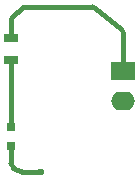
<source format=gtl>
G04*
G04 #@! TF.GenerationSoftware,Altium Limited,Altium Designer,24.1.2 (44)*
G04*
G04 Layer_Physical_Order=1*
G04 Layer_Color=255*
%FSLAX44Y44*%
%MOMM*%
G71*
G04*
G04 #@! TF.SameCoordinates,AFA97B25-1DD1-4B85-BE4B-D495E369A306*
G04*
G04*
G04 #@! TF.FilePolarity,Positive*
G04*
G01*
G75*
%ADD13R,0.8000X0.8000*%
%ADD14R,1.3000X0.7000*%
%ADD19C,0.3810*%
%ADD20R,2.0000X1.6000*%
%ADD21O,2.0000X1.6000*%
%ADD22C,0.6000*%
D13*
X55000Y51750D02*
D03*
Y68250D02*
D03*
D14*
Y144000D02*
D03*
Y125000D02*
D03*
D19*
X64203Y30398D02*
G03*
X65899Y30000I1696J3412D01*
G01*
X55000Y37355D02*
G03*
X57117Y33942I3810J0D01*
G01*
X126039Y169169D02*
G03*
X123664Y170000I-2376J-2979D01*
G01*
X150000Y148169D02*
G03*
X148570Y151144I-3810J-0D01*
G01*
X65899Y30000D02*
X80000D01*
X64195Y30402D02*
X64203Y30398D01*
X57117Y33942D02*
X64195Y30402D01*
X55000Y37355D02*
Y51750D01*
Y68250D02*
Y125500D01*
Y160000D02*
X56116Y161115D01*
X56116Y161116D02*
X56116D01*
X65000Y170000D02*
X65004D01*
X65004Y170000D02*
X123664D01*
X56116Y161115D02*
X56116Y161116D01*
X56116D02*
X65000Y170000D01*
X65004D02*
X65004Y170000D01*
X55000Y158421D02*
Y160000D01*
X126044Y169165D02*
X148570Y151144D01*
X126039Y169169D02*
X126044Y169165D01*
X55000Y144500D02*
Y158421D01*
X150000Y115400D02*
Y148169D01*
D20*
Y115400D02*
D03*
D21*
Y90000D02*
D03*
D22*
X80000Y30000D02*
D03*
M02*

</source>
